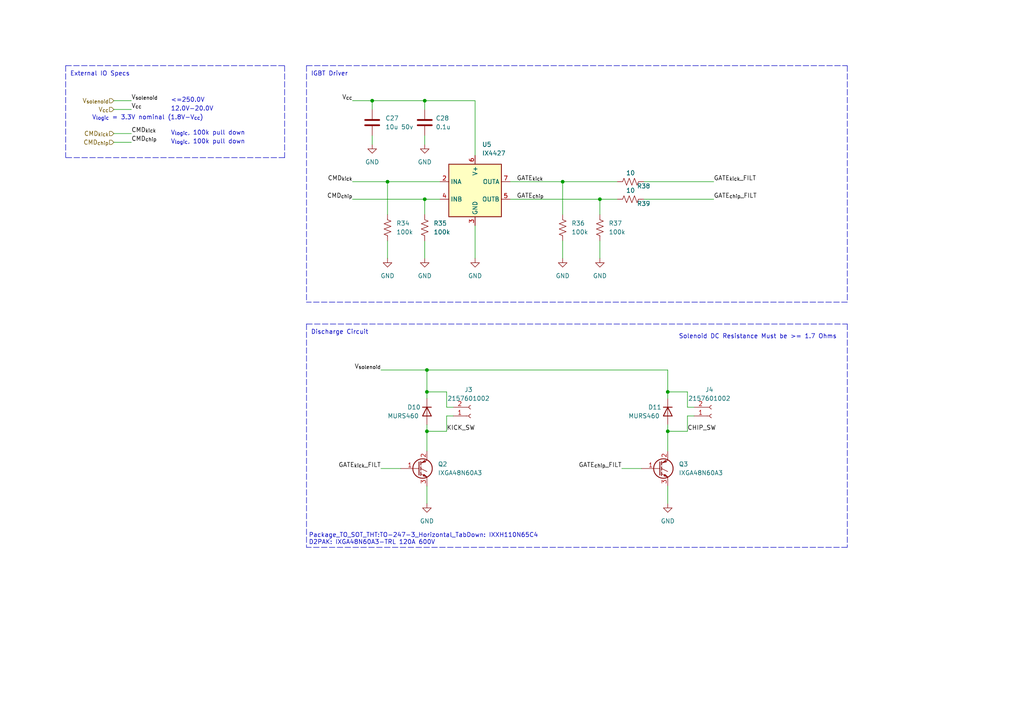
<source format=kicad_sch>
(kicad_sch (version 20211123) (generator eeschema)
  (paper "A4")
  (title_block (title "Kicker Board") (date "2023-02-03") (rev "v1.0.0") (company "A-Team") (comment 1 "Author: W. Stuckey"))
  (lib_symbols
    (symbol "AT-PowerIC:IX4427"
      (property "Reference" "U" (at -7.62 8.89 0))
      (property "Value" "IX4427" (at 1.27 8.89 0))
      (symbol "IX4427_0_1"
        (rectangle (start -7.62 -7.62) (end 7.62 7.62) (stroke (width 0.254)) (fill (type background)))
      )
      (symbol "IX4427_1_1"
        (pin no_connect line (at -7.62 0 0) (length 2.54) hide (name "NC") (number "1"))
        (pin input line (at -10.16 2.54 0) (length 2.54) (name "INA") (number "2"))
        (pin power_in line (at 0 -10.16 90) (length 2.54) (name "GND") (number "3"))
        (pin input line (at -10.16 -2.54 0) (length 2.54) (name "INB") (number "4"))
        (pin output line (at 10.16 -2.54 180) (length 2.54) (name "OUTB") (number "5"))
        (pin power_in line (at 0 10.16 270) (length 2.54) (name "V+") (number "6"))
        (pin output line (at 10.16 2.54 180) (length 2.54) (name "OUTA") (number "7"))
        (pin no_connect line (at 7.62 0 180) (length 2.54) hide (name "NC") (number "8"))
      )
    )
    (symbol "Connector:Conn_01x02_Female" (pin_names (offset 1.016) hide)
      (property "Reference" "J" (at 0 2.54 0))
      (property "Value" "Conn_01x02_Female" (at 0 -5.08 0))
      (symbol "Conn_01x02_Female_1_1"
        (arc (start 0 -2.032) (mid -0.508 -2.54) (end 0 -3.048) (stroke (width 0.1524)))
        (polyline (pts (xy -1.27 -2.54) (xy -0.508 -2.54)) (stroke (width 0.1524)))
        (polyline (pts (xy -1.27 0) (xy -0.508 0)) (stroke (width 0.1524)))
        (arc (start 0 0.508) (mid -0.508 0) (end 0 -0.508) (stroke (width 0.1524)))
        (pin passive line (at -5.08 0 0) (length 3.81) (name "Pin_1") (number "1"))
        (pin passive line (at -5.08 -2.54 0) (length 3.81) (name "Pin_2") (number "2"))
      )
    )
    (symbol "Device:C" (pin_numbers hide) (pin_names (offset 0.254))
      (property "Reference" "C" (at 0.635 2.54 0))
      (property "Value" "C" (at 0.635 -2.54 0))
      (symbol "C_0_1"
        (polyline (pts (xy -2.032 -0.762) (xy 2.032 -0.762)) (stroke (width 0.508)))
        (polyline (pts (xy -2.032 0.762) (xy 2.032 0.762)) (stroke (width 0.508)))
      )
      (symbol "C_1_1"
        (pin passive line (at 0 3.81 270) (length 2.794) (name "~") (number "1"))
        (pin passive line (at 0 -3.81 90) (length 2.794) (name "~") (number "2"))
      )
    )
    (symbol "Device:D" (pin_numbers hide) (pin_names (offset 1.016) hide)
      (property "Reference" "D" (at 0 2.54 0))
      (property "Value" "D" (at 0 -2.54 0))
      (symbol "D_0_1"
        (polyline (pts (xy -1.27 1.27) (xy -1.27 -1.27)) (stroke (width 0.254)))
        (polyline (pts (xy 1.27 0) (xy -1.27 0)))
        (polyline (pts (xy 1.27 1.27) (xy 1.27 -1.27) (xy -1.27 0) (xy 1.27 1.27)) (stroke (width 0.254)))
      )
      (symbol "D_1_1"
        (pin passive line (at -3.81 0 0) (length 2.54) (name "K") (number "1"))
        (pin passive line (at 3.81 0 180) (length 2.54) (name "A") (number "2"))
      )
    )
    (symbol "Device:Q_NIGBT_GCE" (pin_names (offset 0) hide)
      (property "Reference" "Q" (at 5.08 1.27 0))
      (property "Value" "Q_NIGBT_GCE" (at 5.08 -1.27 0))
      (symbol "Q_NIGBT_GCE_0_1"
        (polyline (pts (xy 0.762 -1.016) (xy 0.762 -2.032)) (stroke (width 0.254)))
        (polyline (pts (xy 0.762 0.508) (xy 0.762 -0.508)) (stroke (width 0.254)))
        (polyline (pts (xy 0.762 2.032) (xy 0.762 1.016)) (stroke (width 0.254)))
        (polyline (pts (xy 2.54 -2.413) (xy 0.762 -1.524)))
        (polyline (pts (xy 2.54 -0.889) (xy 0.762 0)))
        (polyline (pts (xy 2.54 2.413) (xy 0.762 1.524)))
        (polyline (pts (xy 0.254 1.905) (xy 0.254 -1.905) (xy 0.254 -1.905)) (stroke (width 0.254)))
        (polyline (pts (xy 1.397 -2.159) (xy 1.651 -1.651) (xy 2.54 -2.413) (xy 1.397 -2.159)) (fill (type outline)))
        (polyline (pts (xy 2.159 1.905) (xy 1.905 2.413) (xy 1.016 1.651) (xy 2.159 1.905)) (fill (type outline)))
        (circle (center 1.27 0) (radius 2.8194) (stroke (width 0.254)))
      )
      (symbol "Q_NIGBT_GCE_1_1"
        (pin input line (at -5.08 0 0) (length 5.334) (name "G") (number "1"))
        (pin passive line (at 2.54 5.08 270) (length 2.54) (name "C") (number "2"))
        (pin passive line (at 2.54 -5.08 90) (length 2.54) (name "E") (number "3"))
      )
    )
    (symbol "Device:R_US" (pin_numbers hide) (pin_names (offset 0))
      (property "Reference" "R" (at 2.54 0 90))
      (property "Value" "R_US" (at -2.54 0 90))
      (symbol "R_US_0_1"
        (polyline (pts (xy 0 -2.286) (xy 0 -2.54)))
        (polyline (pts (xy 0 2.286) (xy 0 2.54)))
        (polyline (pts (xy 0 -0.762) (xy 1.016 -1.143) (xy 0 -1.524) (xy -1.016 -1.905) (xy 0 -2.286)))
        (polyline (pts (xy 0 0.762) (xy 1.016 0.381) (xy 0 0) (xy -1.016 -0.381) (xy 0 -0.762)))
        (polyline (pts (xy 0 2.286) (xy 1.016 1.905) (xy 0 1.524) (xy -1.016 1.143) (xy 0 0.762)))
      )
      (symbol "R_US_1_1"
        (pin passive line (at 0 3.81 270) (length 1.27) (name "~") (number "1"))
        (pin passive line (at 0 -3.81 90) (length 1.27) (name "~") (number "2"))
      )
    )
    (symbol "power:GND" (power) (pin_names (offset 0))
      (property "Value" "GND" (at 0 -3.81 0))
      (symbol "GND_0_1"
        (polyline (pts (xy 0 0) (xy 0 -1.27) (xy 1.27 -1.27) (xy 0 -2.54) (xy -1.27 -1.27) (xy 0 -1.27)))
      )
      (symbol "GND_1_1"
        (pin power_in line (at 0 0 270) (length 0) hide (name "GND") (number "1"))
      )
    )
  )
  (junction (at 173.99 57.785))
  (junction (at 123.19 57.785))
  (junction (at 123.19 29.21))
  (junction (at 123.825 107.315))
  (junction (at 193.675 113.665))
  (junction (at 112.395 52.705))
  (junction (at 163.195 52.705))
  (junction (at 123.825 113.665))
  (junction (at 123.825 125.095))
  (junction (at 107.95 29.21))
  (junction (at 193.675 125.095))
  (polyline (pts (xy 88.9 19.05) (xy 88.9 87.63)))
  (wire (pts (xy 199.39 113.665) (xy 193.675 113.665)))
  (wire (pts (xy 137.795 65.405) (xy 137.795 74.93)))
  (polyline (pts (xy 245.745 158.75) (xy 88.9 158.75)))
  (wire (pts (xy 33.02 31.75) (xy 38.1 31.75)))
  (wire (pts (xy 102.235 52.705) (xy 112.395 52.705)))
  (wire (pts (xy 163.195 52.705) (xy 163.195 62.23)))
  (wire (pts (xy 173.99 57.785) (xy 173.99 62.23)))
  (wire (pts (xy 193.675 113.665) (xy 193.675 115.57)))
  (wire (pts (xy 110.49 107.315) (xy 123.825 107.315)))
  (wire (pts (xy 112.395 69.85) (xy 112.395 74.93)))
  (wire (pts (xy 186.69 57.785) (xy 207.01 57.785)))
  (wire (pts (xy 173.99 69.85) (xy 173.99 74.93)))
  (wire (pts (xy 193.675 125.095) (xy 193.675 130.81)))
  (polyline (pts (xy 88.9 93.98) (xy 245.745 93.98)))
  (wire (pts (xy 123.825 123.19) (xy 123.825 125.095)))
  (wire (pts (xy 112.395 52.705) (xy 112.395 62.23)))
  (wire (pts (xy 147.955 57.785) (xy 173.99 57.785)))
  (wire (pts (xy 131.445 118.11) (xy 129.54 118.11)))
  (wire (pts (xy 110.49 135.89) (xy 116.205 135.89)))
  (polyline (pts (xy 245.745 19.05) (xy 245.745 87.63)))
  (wire (pts (xy 102.235 29.21) (xy 107.95 29.21)))
  (polyline (pts (xy 82.55 45.72) (xy 19.05 45.72)))
  (polyline (pts (xy 88.9 19.05) (xy 245.745 19.05)))
  (wire (pts (xy 123.825 107.315) (xy 123.825 113.665)))
  (polyline (pts (xy 88.9 93.98) (xy 88.9 158.75)))
  (wire (pts (xy 123.19 29.21) (xy 123.19 31.75)))
  (wire (pts (xy 107.95 29.21) (xy 123.19 29.21)))
  (wire (pts (xy 180.34 135.89) (xy 186.055 135.89)))
  (wire (pts (xy 199.39 120.65) (xy 199.39 125.095)))
  (wire (pts (xy 131.445 120.65) (xy 129.54 120.65)))
  (wire (pts (xy 163.195 69.85) (xy 163.195 74.93)))
  (wire (pts (xy 193.675 123.19) (xy 193.675 125.095)))
  (wire (pts (xy 102.235 57.785) (xy 123.19 57.785)))
  (polyline (pts (xy 245.745 93.98) (xy 245.745 158.75)))
  (wire (pts (xy 107.95 39.37) (xy 107.95 41.91)))
  (wire (pts (xy 123.825 125.095) (xy 123.825 130.81)))
  (wire (pts (xy 199.39 118.11) (xy 199.39 113.665)))
  (wire (pts (xy 193.675 107.315) (xy 123.825 107.315)))
  (wire (pts (xy 33.02 41.275) (xy 38.1 41.275)))
  (wire (pts (xy 33.02 38.735) (xy 38.1 38.735)))
  (wire (pts (xy 107.95 29.21) (xy 107.95 31.75)))
  (wire (pts (xy 199.39 125.095) (xy 193.675 125.095)))
  (polyline (pts (xy 82.55 19.05) (xy 82.55 45.72)))
  (wire (pts (xy 129.54 118.11) (xy 129.54 113.665)))
  (wire (pts (xy 33.02 29.21) (xy 38.1 29.21)))
  (wire (pts (xy 137.795 29.21) (xy 123.19 29.21)))
  (wire (pts (xy 112.395 52.705) (xy 127.635 52.705)))
  (wire (pts (xy 186.69 52.705) (xy 207.01 52.705)))
  (wire (pts (xy 123.825 140.97) (xy 123.825 146.05)))
  (wire (pts (xy 193.675 107.315) (xy 193.675 113.665)))
  (wire (pts (xy 173.99 57.785) (xy 179.07 57.785)))
  (wire (pts (xy 193.675 140.97) (xy 193.675 146.05)))
  (polyline (pts (xy 19.05 19.05) (xy 82.55 19.05)))
  (wire (pts (xy 137.795 29.21) (xy 137.795 45.085)))
  (polyline (pts (xy 245.745 87.63) (xy 88.9 87.63)))
  (wire (pts (xy 201.295 118.11) (xy 199.39 118.11)))
  (wire (pts (xy 123.19 57.785) (xy 123.19 62.23)))
  (wire (pts (xy 147.955 52.705) (xy 163.195 52.705)))
  (wire (pts (xy 123.19 57.785) (xy 127.635 57.785)))
  (wire (pts (xy 163.195 52.705) (xy 179.07 52.705)))
  (polyline (pts (xy 19.05 19.05) (xy 19.05 45.72)))
  (wire (pts (xy 123.19 69.85) (xy 123.19 74.93)))
  (wire (pts (xy 123.825 113.665) (xy 123.825 115.57)))
  (wire (pts (xy 123.19 39.37) (xy 123.19 41.91)))
  (wire (pts (xy 201.295 120.65) (xy 199.39 120.65)))
  (wire (pts (xy 129.54 120.65) (xy 129.54 125.095)))
  (wire (pts (xy 129.54 113.665) (xy 123.825 113.665)))
  (wire (pts (xy 129.54 125.095) (xy 123.825 125.095)))
  (text "Solenoid DC Resistance Must be >= 1.7 Ohms" (at 196.85 98.425 0) (effects (font (size 1.27 1.27)) (justify left bottom)))
  (text "IGBT Driver" (at 90.17 22.225 0) (effects (font (size 1.27 1.27)) (justify left bottom)))
  (text "12.0V-20.0V" (at 49.53 32.385 0) (effects (font (size 1.27 1.27)) (justify left bottom)))
  (text "V_{logic}, 100k pull down" (at 49.53 39.37 0) (effects (font (size 1.27 1.27)) (justify left bottom)))
  (text "External IO Specs" (at 20.32 22.225 0) (effects (font (size 1.27 1.27)) (justify left bottom)))
  (text "Discharge Circuit" (at 90.17 97.155 0) (effects (font (size 1.27 1.27)) (justify left bottom)))
  (text "V_{logic}, 100k pull down" (at 49.53 41.91 0) (effects (font (size 1.27 1.27)) (justify left bottom)))
  (text "Package_TO_SOT_THT:TO-247-3_Horizontal_TabDown: IXXH110N65C4\nD2PAK: IXGA48N60A3-TRL 120A 600V" (at 89.535 158.115 0) (effects (font (size 1.27 1.27)) (justify left bottom)))
  (text "<=250.0V" (at 49.53 29.845 0) (effects (font (size 1.27 1.27)) (justify left bottom)))
  (text "V_{logic} = 3.3V nominal (1.8V-V_{cc})" (at 26.67 34.925 0) (effects (font (size 1.27 1.27)) (justify left bottom)))
  (label "GATE_{kick}_FILT" (at 207.01 52.705 0))
  (label "GATE_{kick}_FILT" (at 110.49 135.89 180))
  (label "V_{cc}" (at 38.1 31.75 0))
  (label "V_{cc}" (at 102.235 29.21 180))
  (label "GATE_{chip}_FILT" (at 180.34 135.89 180))
  (label "GATE_{kick}" (at 149.86 52.705 0))
  (label "GATE_{chip}" (at 149.86 57.785 0))
  (label "CMD_{kick}" (at 38.1 38.735 0))
  (label "CMD_{kick}" (at 102.235 52.705 180))
  (label "CMD_{chip}" (at 38.1 41.275 0))
  (label "CMD_{chip}" (at 102.235 57.785 180))
  (label "GATE_{chip}_FILT" (at 207.01 57.785 0))
  (label "V_{solenoid}" (at 110.49 107.315 180))
  (label "KICK_SW" (at 129.54 125.095 0))
  (label "CHIP_SW" (at 199.39 125.095 0))
  (label "V_{solenoid}" (at 38.1 29.21 0))
  (hierarchical_label "CMD_{kick}" (shape input) (at 33.02 38.735 180))
  (hierarchical_label "V_{cc}" (shape input) (at 33.02 31.75 180))
  (hierarchical_label "V_{solenoid}" (shape input) (at 33.02 29.21 180))
  (hierarchical_label "CMD_{chip}" (shape input) (at 33.02 41.275 180))
  (symbol (lib_id "Connector:Conn_01x02_Female") (at 136.525 120.65 0) (mirror x) (unit 1)
    (property "Reference" "J3" (at 135.89 113.03 0))
    (property "Value" "2157601002" (at 135.89 115.57 0))
    (property "Footprint" "AT-Connectors:2157601002" (effects hide))
  )
  (symbol (lib_id "Device:D") (at 193.675 119.38 270) (unit 1)
    (property "Reference" "D11" (at 187.96 118.11 90) (effects (justify left)))
    (property "Value" "MURS460" (at 182.245 120.65 90) (effects (justify left)))
    (property "Footprint" "Diode_SMD:D_SMC" (effects hide))
  )
  (symbol (lib_id "Connector:Conn_01x02_Female") (at 206.375 120.65 0) (mirror x) (unit 1)
    (property "Reference" "J4" (at 205.74 113.03 0))
    (property "Value" "2157601002" (at 205.74 115.57 0))
    (property "Footprint" "AT-Connectors:2157601002" (effects hide))
  )
  (symbol (lib_id "power:GND") (at 123.825 146.05 0) (unit 1)
    (property "Reference" "#PWR064" (effects hide))
    (property "Value" "GND" (at 123.825 151.13 0))
  )
  (symbol (lib_id "power:GND") (at 107.95 41.91 0) (unit 1)
    (property "Reference" "#PWR060" (effects hide))
    (property "Value" "GND" (at 107.95 46.99 0))
  )
  (symbol (lib_id "Device:Q_NIGBT_GCE") (at 191.135 135.89 0) (unit 1)
    (property "Reference" "Q3" (at 196.85 134.6199 0) (effects (justify left)))
    (property "Value" "IXGA48N60A3" (at 196.85 137.1599 0) (effects (justify left)))
    (property "Footprint" "Package_TO_SOT_SMD:TO-263-2" (effects hide))
  )
  (symbol (lib_id "power:GND") (at 137.795 74.93 0) (unit 1)
    (property "Reference" "#PWR065" (effects hide))
    (property "Value" "GND" (at 137.795 80.01 0))
  )
  (symbol (lib_id "Device:R_US") (at 112.395 66.04 0) (unit 1)
    (property "Reference" "R34" (at 114.935 64.7699 0) (effects (justify left)))
    (property "Value" "100k" (at 114.935 67.3099 0) (effects (justify left)))
    (property "Footprint" "Resistor_SMD:R_0603_1608Metric" (effects hide))
  )
  (symbol (lib_id "power:GND") (at 173.99 74.93 0) (unit 1)
    (property "Reference" "#PWR067" (effects hide))
    (property "Value" "GND" (at 173.99 80.01 0))
  )
  (symbol (lib_id "Device:Q_NIGBT_GCE") (at 121.285 135.89 0) (unit 1)
    (property "Reference" "Q2" (at 127 134.6199 0) (effects (justify left)))
    (property "Value" "IXGA48N60A3" (at 127 137.1599 0) (effects (justify left)))
    (property "Footprint" "Package_TO_SOT_SMD:TO-263-2" (effects hide))
  )
  (symbol (lib_id "Device:R_US") (at 163.195 66.04 0) (unit 1)
    (property "Reference" "R36" (at 165.735 64.7699 0) (effects (justify left)))
    (property "Value" "100k" (at 165.735 67.3099 0) (effects (justify left)))
    (property "Footprint" "Resistor_SMD:R_0603_1608Metric" (effects hide))
  )
  (symbol (lib_id "Device:R_US") (at 182.88 52.705 90) (unit 1)
    (property "Reference" "R38" (at 186.69 53.975 90))
    (property "Value" "10" (at 182.88 50.165 90))
    (property "Footprint" "Resistor_SMD:R_0603_1608Metric" (effects hide))
  )
  (symbol (lib_id "power:GND") (at 193.675 146.05 0) (unit 1)
    (property "Reference" "#PWR068" (effects hide))
    (property "Value" "GND" (at 193.675 151.13 0))
  )
  (symbol (lib_id "Device:R_US") (at 182.88 57.785 90) (unit 1)
    (property "Reference" "R39" (at 186.69 59.055 90))
    (property "Value" "10" (at 182.88 55.245 90))
    (property "Footprint" "Resistor_SMD:R_0603_1608Metric" (effects hide))
  )
  (symbol (lib_id "Device:C") (at 123.19 35.56 0) (unit 1)
    (property "Reference" "C28" (at 126.365 34.2899 0) (effects (justify left)))
    (property "Value" "0.1u" (at 126.365 36.8299 0) (effects (justify left)))
    (property "Footprint" "Capacitor_SMD:C_0603_1608Metric" (effects hide))
  )
  (symbol (lib_id "AT-PowerIC:IX4427") (at 137.795 55.245 0) (unit 1)
    (property "Reference" "U5" (at 139.8144 41.91 0) (effects (justify left)))
    (property "Value" "IX4427" (at 139.8144 44.45 0) (effects (justify left)))
    (property "Footprint" "Package_SO:SOIC-8_3.9x4.9mm_P1.27mm" (effects hide))
    (property "Datasheet" "https://www.ixysic.com/home/pdfs.nsf/www/IX4426-27-28.pdf/$file/IX4426-27-28.pdf" (effects hide))
  )
  (symbol (lib_id "Device:C") (at 107.95 35.56 0) (unit 1)
    (property "Reference" "C27" (at 111.76 34.2899 0) (effects (justify left)))
    (property "Value" "10u 50v" (at 111.76 36.8299 0) (effects (justify left)))
    (property "Footprint" "Capacitor_SMD:C_1210_3225Metric" (effects hide))
  )
  (symbol (lib_id "power:GND") (at 163.195 74.93 0) (unit 1)
    (property "Reference" "#PWR066" (effects hide))
    (property "Value" "GND" (at 163.195 80.01 0))
  )
  (symbol (lib_id "Device:R_US") (at 123.19 66.04 0) (unit 1)
    (property "Reference" "R35" (at 125.73 64.7699 0) (effects (justify left)))
    (property "Value" "100k" (at 125.73 67.3099 0) (effects (justify left)))
    (property "Footprint" "Resistor_SMD:R_0603_1608Metric" (effects hide))
  )
  (symbol (lib_id "power:GND") (at 123.19 74.93 0) (unit 1)
    (property "Reference" "#PWR063" (effects hide))
    (property "Value" "GND" (at 123.19 80.01 0))
  )
  (symbol (lib_id "Device:R_US") (at 173.99 66.04 0) (unit 1)
    (property "Reference" "R37" (at 176.53 64.7699 0) (effects (justify left)))
    (property "Value" "100k" (at 176.53 67.3099 0) (effects (justify left)))
    (property "Footprint" "Resistor_SMD:R_0603_1608Metric" (effects hide))
  )
  (symbol (lib_id "Device:D") (at 123.825 119.38 270) (unit 1)
    (property "Reference" "D10" (at 118.11 118.11 90) (effects (justify left)))
    (property "Value" "MURS460" (at 112.395 120.65 90) (effects (justify left)))
    (property "Footprint" "Diode_SMD:D_SMC" (effects hide))
  )
  (symbol (lib_id "power:GND") (at 112.395 74.93 0) (unit 1)
    (property "Reference" "#PWR061" (effects hide))
    (property "Value" "GND" (at 112.395 80.01 0))
  )
  (symbol (lib_id "power:GND") (at 123.19 41.91 0) (unit 1)
    (property "Reference" "#PWR062" (effects hide))
    (property "Value" "GND" (at 123.19 46.99 0))
  )
)
</source>
